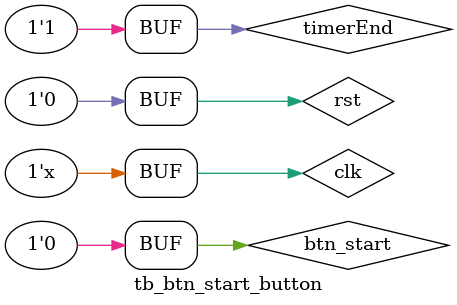
<source format=v>
`timescale 1ns / 1ps


module tb_btn_start_button(

    );
reg clk;
reg rst;    
reg btn_start;
reg timerEnd;
wire start;
wire idle;    

btn_start_button GEN(
    .clk(clk),
    .rst(rst),
    .btn_start(btn_start),
    .timerEnd(timerEnd),
    .start(start),
    .idle(idle)
    );
    
initial begin
clk = 0;
rst = 1;
btn_start = 0;
timerEnd = 0;
end

always
    #5 clk = ~clk;
    
initial begin    
rst = 0;
#50
btn_start = 1;
#5
btn_start = 0;
#50
btn_start = 1;
#5
btn_start = 0;
#50
btn_start = 1;
#5
btn_start = 0;
#100
timerEnd = 1;
#50
btn_start = 1;
#5
btn_start = 0;
end    

endmodule

</source>
